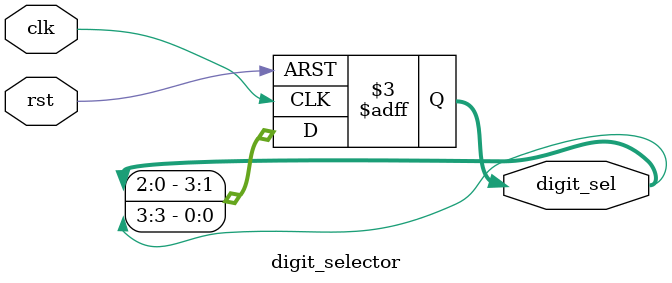
<source format=v>
`timescale 1ns / 1ps

//Define module for digit_selector and signals.
module digit_selector(
    input clk,
    input rst,
    output reg [3:0] digit_sel = 4'b1111
    );
    
    //Turn of all anodes when rst is true, else assign the digit selector to be the first three bits shifted left 1 and the MSB becomes the LSB.
    always @(posedge clk, posedge rst)
        begin
            if (rst)
                digit_sel <= 4'b1111;
            else
                digit_sel <= {digit_sel[2:0], digit_sel[3]};
                
        end
        
endmodule

</source>
